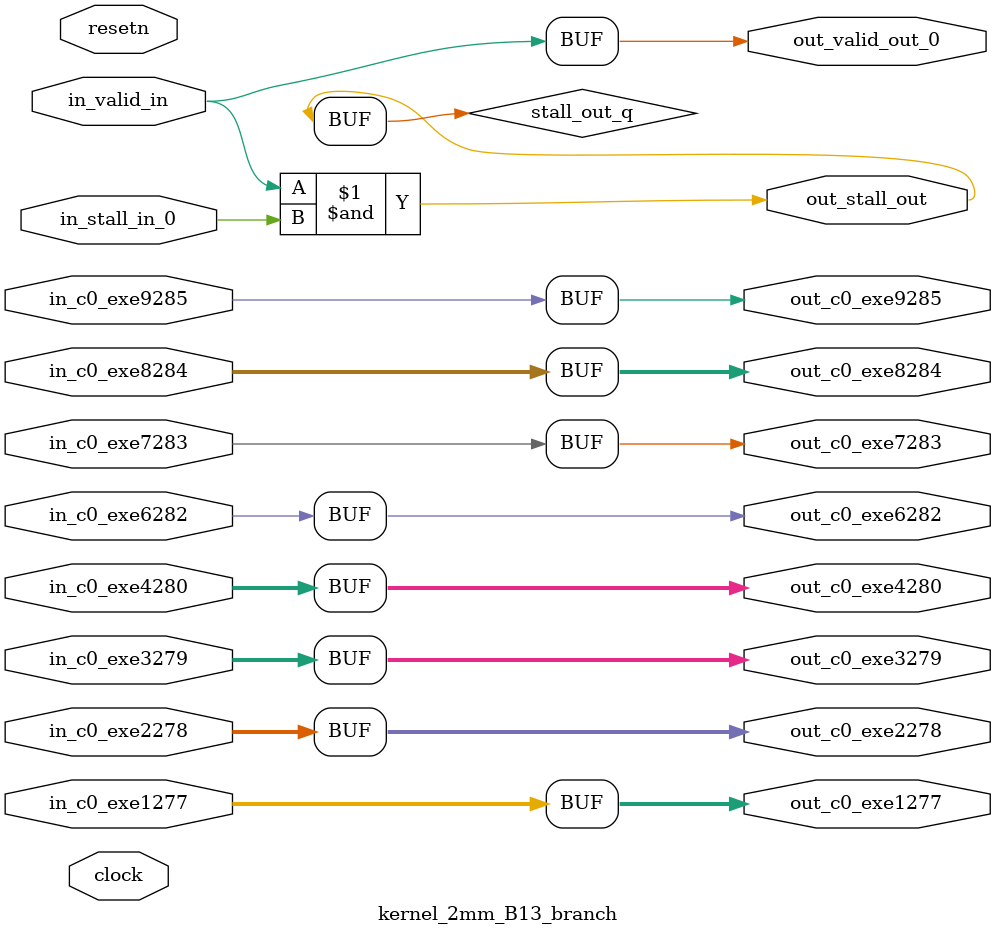
<source format=sv>



(* altera_attribute = "-name AUTO_SHIFT_REGISTER_RECOGNITION OFF; -name MESSAGE_DISABLE 10036; -name MESSAGE_DISABLE 10037; -name MESSAGE_DISABLE 14130; -name MESSAGE_DISABLE 14320; -name MESSAGE_DISABLE 15400; -name MESSAGE_DISABLE 14130; -name MESSAGE_DISABLE 10036; -name MESSAGE_DISABLE 12020; -name MESSAGE_DISABLE 12030; -name MESSAGE_DISABLE 12010; -name MESSAGE_DISABLE 12110; -name MESSAGE_DISABLE 14320; -name MESSAGE_DISABLE 13410; -name MESSAGE_DISABLE 113007; -name MESSAGE_DISABLE 10958" *)
module kernel_2mm_B13_branch (
    input wire [63:0] in_c0_exe1277,
    input wire [63:0] in_c0_exe2278,
    input wire [63:0] in_c0_exe3279,
    input wire [31:0] in_c0_exe4280,
    input wire [0:0] in_c0_exe6282,
    input wire [0:0] in_c0_exe7283,
    input wire [63:0] in_c0_exe8284,
    input wire [0:0] in_c0_exe9285,
    input wire [0:0] in_stall_in_0,
    input wire [0:0] in_valid_in,
    output wire [63:0] out_c0_exe1277,
    output wire [63:0] out_c0_exe2278,
    output wire [63:0] out_c0_exe3279,
    output wire [31:0] out_c0_exe4280,
    output wire [0:0] out_c0_exe6282,
    output wire [0:0] out_c0_exe7283,
    output wire [63:0] out_c0_exe8284,
    output wire [0:0] out_c0_exe9285,
    output wire [0:0] out_stall_out,
    output wire [0:0] out_valid_out_0,
    input wire clock,
    input wire resetn
    );

    wire [0:0] stall_out_q;


    // out_c0_exe1277(GPOUT,12)
    assign out_c0_exe1277 = in_c0_exe1277;

    // out_c0_exe2278(GPOUT,13)
    assign out_c0_exe2278 = in_c0_exe2278;

    // out_c0_exe3279(GPOUT,14)
    assign out_c0_exe3279 = in_c0_exe3279;

    // out_c0_exe4280(GPOUT,15)
    assign out_c0_exe4280 = in_c0_exe4280;

    // out_c0_exe6282(GPOUT,16)
    assign out_c0_exe6282 = in_c0_exe6282;

    // out_c0_exe7283(GPOUT,17)
    assign out_c0_exe7283 = in_c0_exe7283;

    // out_c0_exe8284(GPOUT,18)
    assign out_c0_exe8284 = in_c0_exe8284;

    // out_c0_exe9285(GPOUT,19)
    assign out_c0_exe9285 = in_c0_exe9285;

    // stall_out(LOGICAL,22)
    assign stall_out_q = in_valid_in & in_stall_in_0;

    // out_stall_out(GPOUT,20)
    assign out_stall_out = stall_out_q;

    // out_valid_out_0(GPOUT,21)
    assign out_valid_out_0 = in_valid_in;

endmodule

</source>
